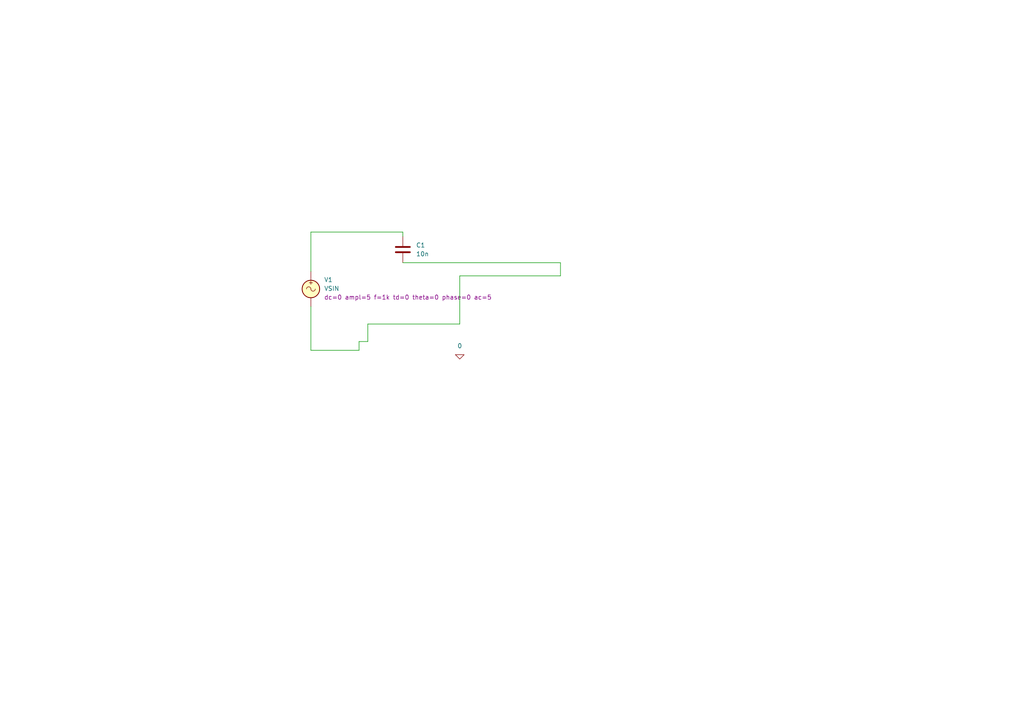
<source format=kicad_sch>
(kicad_sch (version 20230121) (generator eeschema)
  (paper "A4")
  (lib_symbols
    (symbol "Device:C" (pin_numbers hide) (pin_names (offset 0.254))
      (property "Reference" "C" (at 0.635 2.54 0))
      (property "Value" "C" (at 0.635 -2.54 0))
      (symbol "C_0_1"
        (polyline (pts (xy -2.032 -0.762) (xy 2.032 -0.762)) (stroke (width 0.508)))
        (polyline (pts (xy -2.032 0.762) (xy 2.032 0.762)) (stroke (width 0.508)))
      )
      (symbol "C_1_1"
        (pin passive line (at 0 3.81 270) (length 2.794) (name "~") (number "1"))
        (pin passive line (at 0 -3.81 90) (length 2.794) (name "~") (number "2"))
      )
    )
    (symbol "Simulation_SPICE:0" (power) (pin_names (offset 0))
      (property "Value" "0" (at 0 -1.778 0))
      (symbol "0_0_1"
        (polyline (pts (xy -1.27 0) (xy 0 -1.27) (xy 1.27 0) (xy -1.27 0)))
      )
      (symbol "0_1_1"
        (pin power_in line (at 0 0 0) (length 0) hide (name "0") (number "1"))
      )
    )
    (symbol "Simulation_SPICE:VSIN" (pin_numbers hide) (pin_names (offset 0.0254))
      (property "Reference" "V" (at 2.54 2.54 0))
      (property "Value" "VSIN" (at 2.54 0 0))
      (property "Sim.Params" "dc=0 ampl=1 f=1k ac=1" (at 2.54 -2.54 0))
      (symbol "VSIN_0_0"
        (arc (start 0 0) (mid -0.635 0.6323) (end -1.27 0))
        (arc (start 0 0) (mid 0.635 -0.6323) (end 1.27 0))
        (text "+" (at 0 1.905 0) (effects (font (size 1.27 1.27))))
      )
      (symbol "VSIN_0_1"
        (circle (center 0 0) (radius 2.54) (stroke (width 0.254)) (fill (type background)))
      )
      (symbol "VSIN_1_1"
        (pin passive line (at 0 5.08 270) (length 2.54) (name "~") (number "1"))
        (pin passive line (at 0 -5.08 90) (length 2.54) (name "~") (number "2"))
      )
    )
  )
  (wire (pts (xy 104.14 99.06) (xy 104.14 101.6)))
  (wire (pts (xy 90.17 78.74) (xy 90.17 67.31)))
  (wire (pts (xy 116.84 76.2) (xy 162.56 76.2)))
  (wire (pts (xy 106.68 93.98) (xy 106.68 99.06)))
  (wire (pts (xy 162.56 76.2) (xy 162.56 80.01)))
  (wire (pts (xy 116.84 67.31) (xy 116.84 68.58)))
  (wire (pts (xy 162.56 80.01) (xy 133.35 80.01)))
  (wire (pts (xy 106.68 99.06) (xy 104.14 99.06)))
  (wire (pts (xy 90.17 101.6) (xy 90.17 88.9)))
  (wire (pts (xy 90.17 67.31) (xy 116.84 67.31)))
  (wire (pts (xy 104.14 101.6) (xy 90.17 101.6)))
  (wire (pts (xy 133.35 80.01) (xy 133.35 93.98)))
  (wire (pts (xy 106.68 93.98) (xy 133.35 93.98)))
  (symbol (lib_id "Simulation_SPICE:0") (at 133.35 102.87 0) (unit 1)
    (property "Reference" "#GND01" (effects hide))
    (property "Value" "0" (at 133.35 100.33 0))
  )
  (symbol (lib_id "Device:C") (at 116.84 72.39 0) (unit 1)
    (property "Reference" "C1" (at 120.65 71.12 0) (effects (justify left)))
    (property "Value" "10n" (at 120.65 73.66 0) (effects (justify left)))
  )
  (symbol (lib_id "Simulation_SPICE:VSIN") (at 90.17 83.82 0) (unit 1)
    (property "Reference" "V1" (at 93.98 81.1502 0) (effects (justify left)))
    (property "Value" "VSIN" (at 93.98 83.6902 0) (effects (justify left)))
    (property "Datasheet" "https://ngspice.sourceforge.io/docs/ngspice-html-manual/manual.xhtml#sec_Independent_Sources_for" (effects hide))
    (property "Sim.Pins" "1=+ 2=-" (effects hide))
    (property "Sim.Params" "dc=0 ampl=5 f=1k td=0 theta=0 phase=0 ac=5" (at 93.98 86.2302 0) (effects (justify left)))
    (property "Sim.Type" "SIN" (effects hide))
    (property "Sim.Device" "V" (effects hide))
  )
)
</source>
